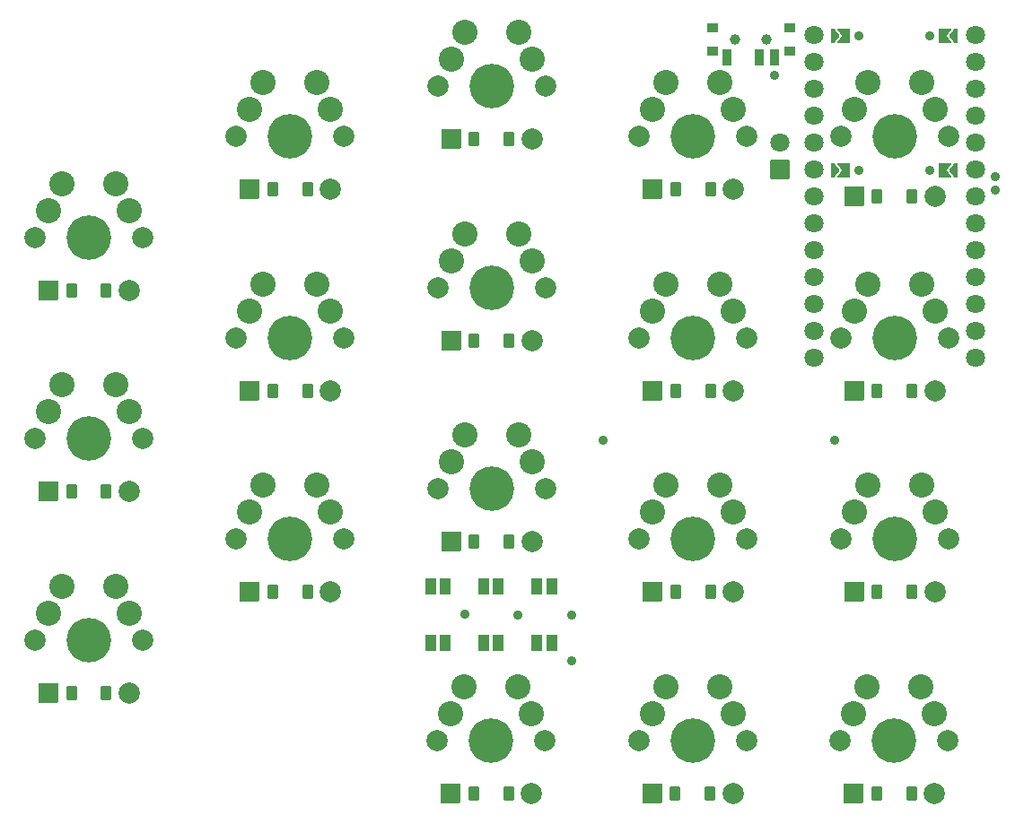
<source format=gbr>
%TF.GenerationSoftware,KiCad,Pcbnew,9.0.4*%
%TF.CreationDate,2025-08-20T23:04:38+02:00*%
%TF.ProjectId,PlusMinus38,506c7573-4d69-46e7-9573-33382e6b6963,v1.0.0*%
%TF.SameCoordinates,Original*%
%TF.FileFunction,Soldermask,Bot*%
%TF.FilePolarity,Negative*%
%FSLAX46Y46*%
G04 Gerber Fmt 4.6, Leading zero omitted, Abs format (unit mm)*
G04 Created by KiCad (PCBNEW 9.0.4) date 2025-08-20 23:04:38*
%MOMM*%
%LPD*%
G01*
G04 APERTURE LIST*
G04 Aperture macros list*
%AMRoundRect*
0 Rectangle with rounded corners*
0 $1 Rounding radius*
0 $2 $3 $4 $5 $6 $7 $8 $9 X,Y pos of 4 corners*
0 Add a 4 corners polygon primitive as box body*
4,1,4,$2,$3,$4,$5,$6,$7,$8,$9,$2,$3,0*
0 Add four circle primitives for the rounded corners*
1,1,$1+$1,$2,$3*
1,1,$1+$1,$4,$5*
1,1,$1+$1,$6,$7*
1,1,$1+$1,$8,$9*
0 Add four rect primitives between the rounded corners*
20,1,$1+$1,$2,$3,$4,$5,0*
20,1,$1+$1,$4,$5,$6,$7,0*
20,1,$1+$1,$6,$7,$8,$9,0*
20,1,$1+$1,$8,$9,$2,$3,0*%
%AMFreePoly0*
4,1,16,-0.214645,0.660355,-0.210957,0.656235,0.289043,0.031235,0.299694,-0.005522,0.289043,-0.031235,-0.210957,-0.656235,-0.244478,-0.674694,-0.250000,-0.675000,-0.500000,-0.675000,-0.535355,-0.660355,-0.550000,-0.625000,-0.550000,0.625000,-0.535355,0.660355,-0.500000,0.675000,-0.250000,0.675000,-0.214645,0.660355,-0.214645,0.660355,$1*%
%AMFreePoly1*
4,1,16,0.535355,0.660355,0.550000,0.625000,0.550000,-0.625000,0.535355,-0.660355,0.500000,-0.675000,-0.650000,-0.675000,-0.685355,-0.660355,-0.700000,-0.625000,-0.689043,-0.593765,-0.214031,0.000000,-0.689043,0.593765,-0.699694,0.630522,-0.681235,0.664043,-0.650000,0.675000,0.500000,0.675000,0.535355,0.660355,0.535355,0.660355,$1*%
G04 Aperture macros list end*
%ADD10C,0.900000*%
%ADD11RoundRect,0.050000X-0.350000X-0.750000X0.350000X-0.750000X0.350000X0.750000X-0.350000X0.750000X0*%
%ADD12RoundRect,0.050000X-0.500000X-0.400000X0.500000X-0.400000X0.500000X0.400000X-0.500000X0.400000X0*%
%ADD13C,1.000000*%
%ADD14RoundRect,0.050000X-0.889000X-0.889000X0.889000X-0.889000X0.889000X0.889000X-0.889000X0.889000X0*%
%ADD15RoundRect,0.050000X-0.450000X-0.600000X0.450000X-0.600000X0.450000X0.600000X-0.450000X0.600000X0*%
%ADD16C,2.005000*%
%ADD17C,1.800000*%
%ADD18C,2.000000*%
%ADD19C,4.200000*%
%ADD20C,2.386000*%
%ADD21RoundRect,0.050000X0.850000X0.850000X-0.850000X0.850000X-0.850000X-0.850000X0.850000X-0.850000X0*%
%ADD22FreePoly0,180.000000*%
%ADD23FreePoly1,180.000000*%
%ADD24RoundRect,0.050000X-0.500000X0.700000X-0.500000X-0.700000X0.500000X-0.700000X0.500000X0.700000X0*%
%ADD25FreePoly1,0.000000*%
%ADD26FreePoly0,0.000000*%
G04 APERTURE END LIST*
D10*
%TO.C,*%
X114050000Y-46350000D03*
%TD*%
D11*
%TO.C,PWR1*%
X114054000Y-44696000D03*
X112554000Y-44696000D03*
X109554000Y-44696000D03*
D12*
X115454000Y-41836000D03*
X108154000Y-41836000D03*
D13*
X113304000Y-42936000D03*
X110304000Y-42936000D03*
D12*
X115454000Y-44046000D03*
X108154000Y-44046000D03*
%TD*%
D14*
%TO.C,D9*%
X83530000Y-52380000D03*
D15*
X85690000Y-52380000D03*
X88990000Y-52380000D03*
D16*
X91150000Y-52380000D03*
%TD*%
D10*
%TO.C,*%
X119725611Y-80779000D03*
%TD*%
D14*
%TO.C,D6*%
X64530000Y-57142500D03*
D15*
X66690000Y-57142500D03*
X69990000Y-57142500D03*
D16*
X72150000Y-57142500D03*
%TD*%
D10*
%TO.C,*%
X94850000Y-97286250D03*
%TD*%
D14*
%TO.C,D17*%
X102480000Y-114192500D03*
D15*
X104640000Y-114192500D03*
X107940000Y-114192500D03*
D16*
X110100000Y-114192500D03*
%TD*%
D14*
%TO.C,D13*%
X121530000Y-95142500D03*
D15*
X123690000Y-95142500D03*
X126990000Y-95142500D03*
D16*
X129150000Y-95142500D03*
%TD*%
D14*
%TO.C,D18*%
X121480000Y-114192500D03*
D15*
X123640000Y-114192500D03*
X126940000Y-114192500D03*
D16*
X129100000Y-114192500D03*
%TD*%
D14*
%TO.C,D12*%
X102530000Y-57142500D03*
D15*
X104690000Y-57142500D03*
X107990000Y-57142500D03*
D16*
X110150000Y-57142500D03*
%TD*%
D10*
%TO.C,*%
X128680000Y-42642500D03*
%TD*%
D14*
%TO.C,D2*%
X45530000Y-85667500D03*
D15*
X47690000Y-85667500D03*
X50990000Y-85667500D03*
D16*
X53150000Y-85667500D03*
%TD*%
D17*
%TO.C,MCU1*%
X132960000Y-45107500D03*
X132960000Y-47647500D03*
X132960000Y-50187500D03*
X132960000Y-52727500D03*
X132960000Y-55267500D03*
X132960000Y-57807500D03*
X132960000Y-60347500D03*
X132960000Y-62887500D03*
X132960000Y-65427500D03*
X132960000Y-67967500D03*
X132960000Y-70507500D03*
X132960000Y-73047500D03*
X117720000Y-73047500D03*
X117720000Y-70507500D03*
X117720000Y-67967500D03*
X117720000Y-65427500D03*
X117720000Y-62887500D03*
X117720000Y-60347500D03*
X117720000Y-57807500D03*
X117720000Y-55267500D03*
X117720000Y-52727500D03*
X117720000Y-50187500D03*
X117720000Y-47647500D03*
X117720000Y-45107500D03*
%TD*%
D10*
%TO.C,*%
X134850000Y-57150000D03*
%TD*%
%TO.C,*%
X122000000Y-55367500D03*
%TD*%
D14*
%TO.C,D16*%
X83480000Y-114192500D03*
D15*
X85640000Y-114192500D03*
X88940000Y-114192500D03*
D16*
X91100000Y-114192500D03*
%TD*%
D14*
%TO.C,D7*%
X83530000Y-90380000D03*
D15*
X85690000Y-90380000D03*
X88990000Y-90380000D03*
D16*
X91150000Y-90380000D03*
%TD*%
D17*
%TO.C,*%
X132960000Y-42567500D03*
%TD*%
D14*
%TO.C,D4*%
X64530000Y-95142500D03*
D15*
X66690000Y-95142500D03*
X69990000Y-95142500D03*
D16*
X72150000Y-95142500D03*
%TD*%
D14*
%TO.C,D14*%
X121530000Y-76142500D03*
D15*
X123690000Y-76142500D03*
X126990000Y-76142500D03*
D16*
X129150000Y-76142500D03*
%TD*%
D10*
%TO.C,*%
X97825611Y-80779000D03*
%TD*%
%TO.C,*%
X122000000Y-42642500D03*
%TD*%
%TO.C,*%
X89850000Y-97286250D03*
%TD*%
%TO.C,*%
X84800000Y-97250000D03*
%TD*%
%TO.C,*%
X128680000Y-55367500D03*
%TD*%
D18*
%TO.C,S15*%
X130420000Y-52142500D03*
D19*
X125340000Y-52142500D03*
D18*
X120260000Y-52142500D03*
D20*
X127880000Y-47062500D03*
X122800000Y-47062500D03*
X129150000Y-49602500D03*
X121530000Y-49602500D03*
%TD*%
D14*
%TO.C,D3*%
X45530000Y-66667500D03*
D15*
X47690000Y-66667500D03*
X50990000Y-66667500D03*
D16*
X53150000Y-66667500D03*
%TD*%
D14*
%TO.C,D15*%
X121530000Y-57807500D03*
D15*
X123690000Y-57807500D03*
X126990000Y-57807500D03*
D16*
X129150000Y-57807500D03*
%TD*%
D10*
%TO.C,*%
X94850000Y-101600000D03*
%TD*%
D21*
%TO.C,BAT*%
X114554000Y-55236000D03*
D17*
X114554000Y-52696000D03*
%TD*%
D14*
%TO.C,D10*%
X102530000Y-95142500D03*
D15*
X104690000Y-95142500D03*
X107990000Y-95142500D03*
D16*
X110150000Y-95142500D03*
%TD*%
D14*
%TO.C,D11*%
X102530000Y-76142500D03*
D15*
X104690000Y-76142500D03*
X107990000Y-76142500D03*
D16*
X110150000Y-76142500D03*
%TD*%
D10*
%TO.C,*%
X134854000Y-55950000D03*
%TD*%
D17*
%TO.C,*%
X117720000Y-42567500D03*
%TD*%
D14*
%TO.C,D1*%
X45530000Y-104667500D03*
D15*
X47690000Y-104667500D03*
X50990000Y-104667500D03*
D16*
X53150000Y-104667500D03*
%TD*%
D14*
%TO.C,D8*%
X83530000Y-71380000D03*
D15*
X85690000Y-71380000D03*
X88990000Y-71380000D03*
D16*
X91150000Y-71380000D03*
%TD*%
D14*
%TO.C,D5*%
X64530000Y-76142500D03*
D15*
X66690000Y-76142500D03*
X69990000Y-76142500D03*
D16*
X72150000Y-76142500D03*
%TD*%
D18*
%TO.C,S4*%
X63260000Y-90142500D03*
D19*
X68340000Y-90142500D03*
D18*
X73420000Y-90142500D03*
D20*
X65800000Y-85062500D03*
X70880000Y-85062500D03*
X64530000Y-87602500D03*
X72150000Y-87602500D03*
%TD*%
D22*
%TO.C,*%
X130780000Y-55367500D03*
%TD*%
D23*
%TO.C,*%
X130055000Y-55367500D03*
%TD*%
D18*
%TO.C,S17*%
X101210000Y-109192500D03*
D19*
X106290000Y-109192500D03*
D18*
X111370000Y-109192500D03*
D20*
X103750000Y-104112500D03*
X108830000Y-104112500D03*
X102480000Y-106652500D03*
X110100000Y-106652500D03*
%TD*%
D24*
%TO.C,LED1*%
X81590000Y-99986250D03*
X82990000Y-99986250D03*
X82990000Y-94586250D03*
X81590000Y-94586250D03*
%TD*%
D18*
%TO.C,S9*%
X82260000Y-47380000D03*
D19*
X87340000Y-47380000D03*
D18*
X92420000Y-47380000D03*
D20*
X84800000Y-42300000D03*
X89880000Y-42300000D03*
X83530000Y-44840000D03*
X91150000Y-44840000D03*
%TD*%
D18*
%TO.C,S2*%
X44260000Y-80667500D03*
D19*
X49340000Y-80667500D03*
D18*
X54420000Y-80667500D03*
D20*
X46800000Y-75587500D03*
X51880000Y-75587500D03*
X45530000Y-78127500D03*
X53150000Y-78127500D03*
%TD*%
D18*
%TO.C,S3*%
X44260000Y-61667500D03*
D19*
X49340000Y-61667500D03*
D18*
X54420000Y-61667500D03*
D20*
X46800000Y-56587500D03*
X51880000Y-56587500D03*
X45530000Y-59127500D03*
X53150000Y-59127500D03*
%TD*%
D18*
%TO.C,S10*%
X101260000Y-90142500D03*
D19*
X106340000Y-90142500D03*
D18*
X111420000Y-90142500D03*
D20*
X103800000Y-85062500D03*
X108880000Y-85062500D03*
X102530000Y-87602500D03*
X110150000Y-87602500D03*
%TD*%
D25*
%TO.C,*%
X120625000Y-42642500D03*
%TD*%
D18*
%TO.C,S11*%
X101260000Y-71142500D03*
D19*
X106340000Y-71142500D03*
D18*
X111420000Y-71142500D03*
D20*
X103800000Y-66062500D03*
X108880000Y-66062500D03*
X102530000Y-68602500D03*
X110150000Y-68602500D03*
%TD*%
D18*
%TO.C,S18*%
X120210000Y-109192500D03*
D19*
X125290000Y-109192500D03*
D18*
X130370000Y-109192500D03*
D20*
X122750000Y-104112500D03*
X127830000Y-104112500D03*
X121480000Y-106652500D03*
X129100000Y-106652500D03*
%TD*%
D24*
%TO.C,LED1*%
X86590000Y-99986250D03*
X87990000Y-99986250D03*
X87990000Y-94586250D03*
X86590000Y-94586250D03*
%TD*%
D18*
%TO.C,S8*%
X82260000Y-66380000D03*
D19*
X87340000Y-66380000D03*
D18*
X92420000Y-66380000D03*
D20*
X84800000Y-61300000D03*
X89880000Y-61300000D03*
X83530000Y-63840000D03*
X91150000Y-63840000D03*
%TD*%
D18*
%TO.C,S6*%
X63260000Y-52142500D03*
D19*
X68340000Y-52142500D03*
D18*
X73420000Y-52142500D03*
D20*
X65800000Y-47062500D03*
X70880000Y-47062500D03*
X64530000Y-49602500D03*
X72150000Y-49602500D03*
%TD*%
D25*
%TO.C,*%
X120625000Y-55367500D03*
%TD*%
D24*
%TO.C,LED1*%
X91590000Y-99986250D03*
X92990000Y-99986250D03*
X92990000Y-94586250D03*
X91590000Y-94586250D03*
%TD*%
D18*
%TO.C,S1*%
X44260000Y-99667500D03*
D19*
X49340000Y-99667500D03*
D18*
X54420000Y-99667500D03*
D20*
X46800000Y-94587500D03*
X51880000Y-94587500D03*
X45530000Y-97127500D03*
X53150000Y-97127500D03*
%TD*%
D26*
%TO.C,*%
X119900000Y-55367500D03*
%TD*%
D18*
%TO.C,S12*%
X101260000Y-52142500D03*
D19*
X106340000Y-52142500D03*
D18*
X111420000Y-52142500D03*
D20*
X103800000Y-47062500D03*
X108880000Y-47062500D03*
X102530000Y-49602500D03*
X110150000Y-49602500D03*
%TD*%
D18*
%TO.C,S7*%
X82260000Y-85380000D03*
D19*
X87340000Y-85380000D03*
D18*
X92420000Y-85380000D03*
D20*
X84800000Y-80300000D03*
X89880000Y-80300000D03*
X83530000Y-82840000D03*
X91150000Y-82840000D03*
%TD*%
D18*
%TO.C,S16*%
X82210000Y-109192500D03*
D19*
X87290000Y-109192500D03*
D18*
X92370000Y-109192500D03*
D20*
X84750000Y-104112500D03*
X89830000Y-104112500D03*
X83480000Y-106652500D03*
X91100000Y-106652500D03*
%TD*%
D22*
%TO.C,*%
X130780000Y-42642500D03*
%TD*%
D23*
%TO.C,*%
X130055000Y-42642500D03*
%TD*%
D18*
%TO.C,S14*%
X120260000Y-71142500D03*
D19*
X125340000Y-71142500D03*
D18*
X130420000Y-71142500D03*
D20*
X122800000Y-66062500D03*
X127880000Y-66062500D03*
X121530000Y-68602500D03*
X129150000Y-68602500D03*
%TD*%
D18*
%TO.C,S5*%
X63260000Y-71142500D03*
D19*
X68340000Y-71142500D03*
D18*
X73420000Y-71142500D03*
D20*
X65800000Y-66062500D03*
X70880000Y-66062500D03*
X64530000Y-68602500D03*
X72150000Y-68602500D03*
%TD*%
D26*
%TO.C,*%
X119900000Y-42642500D03*
%TD*%
D18*
%TO.C,S13*%
X120260000Y-90142500D03*
D19*
X125340000Y-90142500D03*
D18*
X130420000Y-90142500D03*
D20*
X122800000Y-85062500D03*
X127880000Y-85062500D03*
X121530000Y-87602500D03*
X129150000Y-87602500D03*
%TD*%
M02*

</source>
